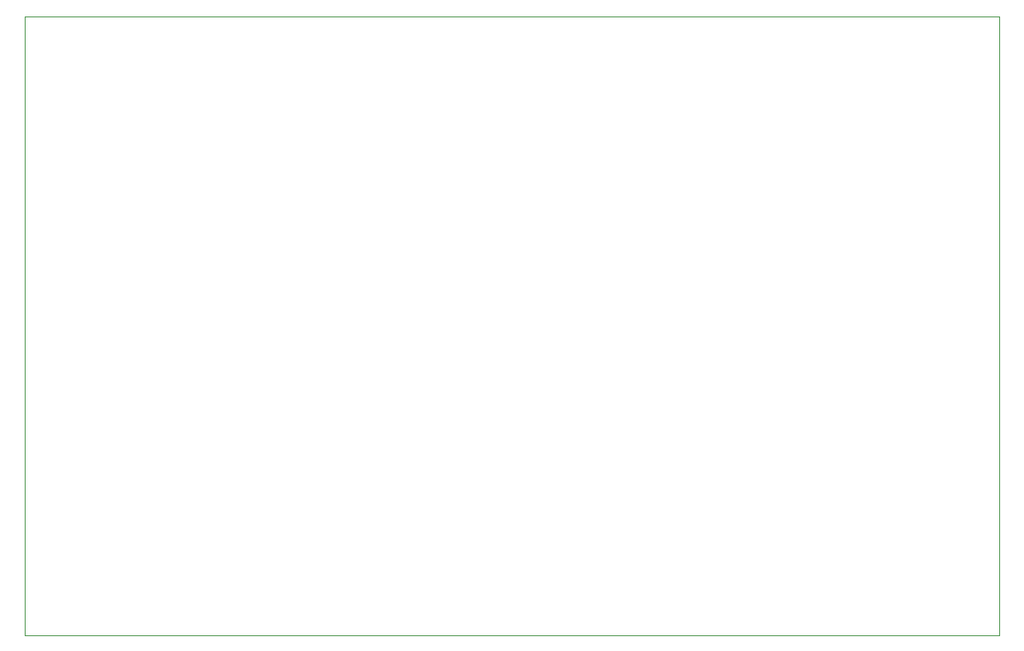
<source format=gbr>
%TF.GenerationSoftware,KiCad,Pcbnew,(6.0.10)*%
%TF.CreationDate,2023-02-16T10:20:13+01:00*%
%TF.ProjectId,Weerstation,57656572-7374-4617-9469-6f6e2e6b6963,rev?*%
%TF.SameCoordinates,Original*%
%TF.FileFunction,Profile,NP*%
%FSLAX46Y46*%
G04 Gerber Fmt 4.6, Leading zero omitted, Abs format (unit mm)*
G04 Created by KiCad (PCBNEW (6.0.10)) date 2023-02-16 10:20:13*
%MOMM*%
%LPD*%
G01*
G04 APERTURE LIST*
%TA.AperFunction,Profile*%
%ADD10C,0.100000*%
%TD*%
G04 APERTURE END LIST*
D10*
X54013200Y-18186400D02*
X54013200Y45313600D01*
X-45986800Y45313600D02*
X54013200Y45313600D01*
X-45986800Y45313600D02*
X-45986800Y-18186400D01*
X-45986800Y-18186400D02*
X54013200Y-18186400D01*
M02*

</source>
